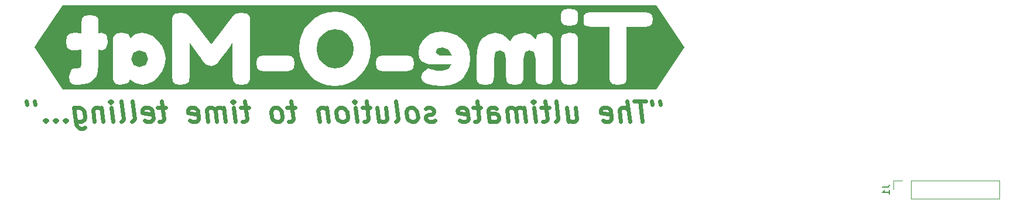
<source format=gbr>
%TF.GenerationSoftware,KiCad,Pcbnew,(6.0.1)*%
%TF.CreationDate,2022-01-22T16:32:06+01:00*%
%TF.ProjectId,MoBo and Touchbar,4d6f426f-2061-46e6-9420-546f75636862,rev?*%
%TF.SameCoordinates,Original*%
%TF.FileFunction,Legend,Bot*%
%TF.FilePolarity,Positive*%
%FSLAX46Y46*%
G04 Gerber Fmt 4.6, Leading zero omitted, Abs format (unit mm)*
G04 Created by KiCad (PCBNEW (6.0.1)) date 2022-01-22 16:32:06*
%MOMM*%
%LPD*%
G01*
G04 APERTURE LIST*
%ADD10C,0.600000*%
%ADD11C,0.150000*%
%ADD12C,0.120000*%
G04 APERTURE END LIST*
D10*
X98907732Y-25154142D02*
X98979160Y-25725571D01*
X97764875Y-25154142D02*
X97836303Y-25725571D01*
X96907732Y-25154142D02*
X95193446Y-25154142D01*
X96425589Y-28154142D02*
X96050589Y-25154142D01*
X94568446Y-28154142D02*
X94193446Y-25154142D01*
X93282732Y-28154142D02*
X93086303Y-26582714D01*
X93193446Y-26297000D01*
X93461303Y-26154142D01*
X93889875Y-26154142D01*
X94193446Y-26297000D01*
X94354160Y-26439857D01*
X90693446Y-28011285D02*
X90997017Y-28154142D01*
X91568446Y-28154142D01*
X91836303Y-28011285D01*
X91943446Y-27725571D01*
X91800589Y-26582714D01*
X91622017Y-26297000D01*
X91318446Y-26154142D01*
X90747017Y-26154142D01*
X90479160Y-26297000D01*
X90372017Y-26582714D01*
X90407732Y-26868428D01*
X91872017Y-27154142D01*
X85461303Y-26154142D02*
X85711303Y-28154142D01*
X86747017Y-26154142D02*
X86943446Y-27725571D01*
X86836303Y-28011285D01*
X86568446Y-28154142D01*
X86139875Y-28154142D01*
X85836303Y-28011285D01*
X85675589Y-27868428D01*
X83854160Y-28154142D02*
X84122017Y-28011285D01*
X84229160Y-27725571D01*
X83907732Y-25154142D01*
X82889875Y-26154142D02*
X81747017Y-26154142D01*
X82336303Y-25154142D02*
X82657732Y-27725571D01*
X82550589Y-28011285D01*
X82282732Y-28154142D01*
X81997017Y-28154142D01*
X80997017Y-28154142D02*
X80747017Y-26154142D01*
X80622017Y-25154142D02*
X80782732Y-25297000D01*
X80657732Y-25439857D01*
X80497017Y-25297000D01*
X80622017Y-25154142D01*
X80657732Y-25439857D01*
X79568446Y-28154142D02*
X79318446Y-26154142D01*
X79354160Y-26439857D02*
X79193446Y-26297000D01*
X78889875Y-26154142D01*
X78461303Y-26154142D01*
X78193446Y-26297000D01*
X78086303Y-26582714D01*
X78282732Y-28154142D01*
X78086303Y-26582714D02*
X77907732Y-26297000D01*
X77604160Y-26154142D01*
X77175589Y-26154142D01*
X76907732Y-26297000D01*
X76800589Y-26582714D01*
X76997017Y-28154142D01*
X74282732Y-28154142D02*
X74086303Y-26582714D01*
X74193446Y-26297000D01*
X74461303Y-26154142D01*
X75032732Y-26154142D01*
X75336303Y-26297000D01*
X74264875Y-28011285D02*
X74568446Y-28154142D01*
X75282732Y-28154142D01*
X75550589Y-28011285D01*
X75657732Y-27725571D01*
X75622017Y-27439857D01*
X75443446Y-27154142D01*
X75139875Y-27011285D01*
X74425589Y-27011285D01*
X74122017Y-26868428D01*
X73032732Y-26154142D02*
X71889875Y-26154142D01*
X72479160Y-25154142D02*
X72800589Y-27725571D01*
X72693446Y-28011285D01*
X72425589Y-28154142D01*
X72139875Y-28154142D01*
X69979160Y-28011285D02*
X70282732Y-28154142D01*
X70854160Y-28154142D01*
X71122017Y-28011285D01*
X71229160Y-27725571D01*
X71086303Y-26582714D01*
X70907732Y-26297000D01*
X70604160Y-26154142D01*
X70032732Y-26154142D01*
X69764875Y-26297000D01*
X69657732Y-26582714D01*
X69693446Y-26868428D01*
X71157732Y-27154142D01*
X66407732Y-28011285D02*
X66139875Y-28154142D01*
X65568446Y-28154142D01*
X65264875Y-28011285D01*
X65086303Y-27725571D01*
X65068446Y-27582714D01*
X65175589Y-27297000D01*
X65443446Y-27154142D01*
X65872017Y-27154142D01*
X66139875Y-27011285D01*
X66247017Y-26725571D01*
X66229160Y-26582714D01*
X66050589Y-26297000D01*
X65747017Y-26154142D01*
X65318446Y-26154142D01*
X65050589Y-26297000D01*
X63425589Y-28154142D02*
X63693446Y-28011285D01*
X63818446Y-27868428D01*
X63925589Y-27582714D01*
X63818446Y-26725571D01*
X63639875Y-26439857D01*
X63479160Y-26297000D01*
X63175589Y-26154142D01*
X62747017Y-26154142D01*
X62479160Y-26297000D01*
X62354160Y-26439857D01*
X62247017Y-26725571D01*
X62354160Y-27582714D01*
X62532732Y-27868428D01*
X62693446Y-28011285D01*
X62997017Y-28154142D01*
X63425589Y-28154142D01*
X60711303Y-28154142D02*
X60979160Y-28011285D01*
X61086303Y-27725571D01*
X60764875Y-25154142D01*
X58032732Y-26154142D02*
X58282732Y-28154142D01*
X59318446Y-26154142D02*
X59514875Y-27725571D01*
X59407732Y-28011285D01*
X59139875Y-28154142D01*
X58711303Y-28154142D01*
X58407732Y-28011285D01*
X58247017Y-27868428D01*
X57032732Y-26154142D02*
X55889875Y-26154142D01*
X56479160Y-25154142D02*
X56800589Y-27725571D01*
X56693446Y-28011285D01*
X56425589Y-28154142D01*
X56139875Y-28154142D01*
X55139875Y-28154142D02*
X54889875Y-26154142D01*
X54764875Y-25154142D02*
X54925589Y-25297000D01*
X54800589Y-25439857D01*
X54639875Y-25297000D01*
X54764875Y-25154142D01*
X54800589Y-25439857D01*
X53282732Y-28154142D02*
X53550589Y-28011285D01*
X53675589Y-27868428D01*
X53782732Y-27582714D01*
X53675589Y-26725571D01*
X53497017Y-26439857D01*
X53336303Y-26297000D01*
X53032732Y-26154142D01*
X52604160Y-26154142D01*
X52336303Y-26297000D01*
X52211303Y-26439857D01*
X52104160Y-26725571D01*
X52211303Y-27582714D01*
X52389875Y-27868428D01*
X52550589Y-28011285D01*
X52854160Y-28154142D01*
X53282732Y-28154142D01*
X50747017Y-26154142D02*
X50997017Y-28154142D01*
X50782732Y-26439857D02*
X50622017Y-26297000D01*
X50318446Y-26154142D01*
X49889875Y-26154142D01*
X49622017Y-26297000D01*
X49514875Y-26582714D01*
X49711303Y-28154142D01*
X46175589Y-26154142D02*
X45032732Y-26154142D01*
X45622017Y-25154142D02*
X45943446Y-27725571D01*
X45836303Y-28011285D01*
X45568446Y-28154142D01*
X45282732Y-28154142D01*
X43854160Y-28154142D02*
X44122017Y-28011285D01*
X44247017Y-27868428D01*
X44354160Y-27582714D01*
X44247017Y-26725571D01*
X44068446Y-26439857D01*
X43907732Y-26297000D01*
X43604160Y-26154142D01*
X43175589Y-26154142D01*
X42907732Y-26297000D01*
X42782732Y-26439857D01*
X42675589Y-26725571D01*
X42782732Y-27582714D01*
X42961303Y-27868428D01*
X43122017Y-28011285D01*
X43425589Y-28154142D01*
X43854160Y-28154142D01*
X39461303Y-26154142D02*
X38318446Y-26154142D01*
X38907732Y-25154142D02*
X39229160Y-27725571D01*
X39122017Y-28011285D01*
X38854160Y-28154142D01*
X38568446Y-28154142D01*
X37568446Y-28154142D02*
X37318446Y-26154142D01*
X37193446Y-25154142D02*
X37354160Y-25297000D01*
X37229160Y-25439857D01*
X37068446Y-25297000D01*
X37193446Y-25154142D01*
X37229160Y-25439857D01*
X36139875Y-28154142D02*
X35889875Y-26154142D01*
X35925589Y-26439857D02*
X35764875Y-26297000D01*
X35461303Y-26154142D01*
X35032732Y-26154142D01*
X34764875Y-26297000D01*
X34657732Y-26582714D01*
X34854160Y-28154142D01*
X34657732Y-26582714D02*
X34479160Y-26297000D01*
X34175589Y-26154142D01*
X33747017Y-26154142D01*
X33479160Y-26297000D01*
X33372017Y-26582714D01*
X33568446Y-28154142D01*
X30979160Y-28011285D02*
X31282732Y-28154142D01*
X31854160Y-28154142D01*
X32122017Y-28011285D01*
X32229160Y-27725571D01*
X32086303Y-26582714D01*
X31907732Y-26297000D01*
X31604160Y-26154142D01*
X31032732Y-26154142D01*
X30764875Y-26297000D01*
X30657732Y-26582714D01*
X30693446Y-26868428D01*
X32157732Y-27154142D01*
X27461303Y-26154142D02*
X26318446Y-26154142D01*
X26907732Y-25154142D02*
X27229160Y-27725571D01*
X27122017Y-28011285D01*
X26854160Y-28154142D01*
X26568446Y-28154142D01*
X24407732Y-28011285D02*
X24711303Y-28154142D01*
X25282732Y-28154142D01*
X25550589Y-28011285D01*
X25657732Y-27725571D01*
X25514875Y-26582714D01*
X25336303Y-26297000D01*
X25032732Y-26154142D01*
X24461303Y-26154142D01*
X24193446Y-26297000D01*
X24086303Y-26582714D01*
X24122017Y-26868428D01*
X25586303Y-27154142D01*
X22568446Y-28154142D02*
X22836303Y-28011285D01*
X22943446Y-27725571D01*
X22622017Y-25154142D01*
X20997017Y-28154142D02*
X21264875Y-28011285D01*
X21372017Y-27725571D01*
X21050589Y-25154142D01*
X19854160Y-28154142D02*
X19604160Y-26154142D01*
X19479160Y-25154142D02*
X19639875Y-25297000D01*
X19514875Y-25439857D01*
X19354160Y-25297000D01*
X19479160Y-25154142D01*
X19514875Y-25439857D01*
X18175589Y-26154142D02*
X18425589Y-28154142D01*
X18211303Y-26439857D02*
X18050589Y-26297000D01*
X17747017Y-26154142D01*
X17318446Y-26154142D01*
X17050589Y-26297000D01*
X16943446Y-26582714D01*
X17139875Y-28154142D01*
X14175589Y-26154142D02*
X14479160Y-28582714D01*
X14657732Y-28868428D01*
X14818446Y-29011285D01*
X15122017Y-29154142D01*
X15550589Y-29154142D01*
X15818446Y-29011285D01*
X14407732Y-28011285D02*
X14711303Y-28154142D01*
X15282732Y-28154142D01*
X15550589Y-28011285D01*
X15675589Y-27868428D01*
X15782732Y-27582714D01*
X15675589Y-26725571D01*
X15497017Y-26439857D01*
X15336303Y-26297000D01*
X15032732Y-26154142D01*
X14461303Y-26154142D01*
X14193446Y-26297000D01*
X12961303Y-27868428D02*
X12836303Y-28011285D01*
X12997017Y-28154142D01*
X13122017Y-28011285D01*
X12961303Y-27868428D01*
X12997017Y-28154142D01*
X11532732Y-27868428D02*
X11407732Y-28011285D01*
X11568446Y-28154142D01*
X11693446Y-28011285D01*
X11532732Y-27868428D01*
X11568446Y-28154142D01*
X10104160Y-27868428D02*
X9979160Y-28011285D01*
X10139875Y-28154142D01*
X10264875Y-28011285D01*
X10104160Y-27868428D01*
X10139875Y-28154142D01*
X8479160Y-25154142D02*
X8550589Y-25725571D01*
X7336303Y-25154142D02*
X7407732Y-25725571D01*
D11*
%TO.C,J1*%
X131122380Y-37666666D02*
X131836666Y-37666666D01*
X131979523Y-37619047D01*
X132074761Y-37523809D01*
X132122380Y-37380952D01*
X132122380Y-37285714D01*
X132122380Y-38666666D02*
X132122380Y-38095238D01*
X132122380Y-38380952D02*
X131122380Y-38380952D01*
X131265238Y-38285714D01*
X131360476Y-38190476D01*
X131408095Y-38095238D01*
D12*
X135270000Y-36670000D02*
X135270000Y-39330000D01*
X135270000Y-36670000D02*
X148030000Y-36670000D01*
X148030000Y-36670000D02*
X148030000Y-39330000D01*
X134000000Y-36670000D02*
X132670000Y-36670000D01*
X132670000Y-36670000D02*
X132670000Y-38000000D01*
X135270000Y-39330000D02*
X148030000Y-39330000D01*
%TO.C,kibuzzard-61E88A0E*%
G36*
X8495991Y-17399000D02*
G01*
X9038916Y-16584612D01*
X13093700Y-16584612D01*
X13190141Y-17309703D01*
X13479462Y-17684750D01*
X13858081Y-17806194D01*
X14351000Y-17827625D01*
X15279687Y-17770475D01*
X15279687Y-19742150D01*
X15158244Y-20299363D01*
X14701044Y-20470813D01*
X14186694Y-20492244D01*
X13808075Y-20627975D01*
X13479462Y-21585238D01*
X13579475Y-22310328D01*
X13879512Y-22685375D01*
X14258131Y-22806819D01*
X14736762Y-22828250D01*
X15647987Y-22753637D01*
X16400462Y-22529800D01*
X16994187Y-22156738D01*
X17422812Y-21605875D01*
X17439525Y-21556663D01*
X19865975Y-21556663D01*
X19887406Y-22049581D01*
X20008850Y-22428200D01*
X20353536Y-22706806D01*
X20987544Y-22799675D01*
X22030531Y-22606794D01*
X22337712Y-22042438D01*
X23043158Y-22610366D01*
X24102219Y-22799675D01*
X24906287Y-22674263D01*
X25670669Y-22298025D01*
X26395362Y-21670963D01*
X26469446Y-21570950D01*
X28381325Y-21570950D01*
X28517056Y-22353191D01*
X28924250Y-22728238D01*
X29610050Y-22813963D01*
X30267275Y-22742525D01*
X30638750Y-22571075D01*
X30838775Y-22285325D01*
X30910212Y-21542375D01*
X30910212Y-16756062D01*
X31349553Y-17329348D01*
X31953200Y-18163381D01*
X32513984Y-18947408D01*
X32824737Y-19370675D01*
X33081912Y-19706431D01*
X33431956Y-19963606D01*
X34032031Y-20127913D01*
X34617819Y-19977894D01*
X34996437Y-19685000D01*
X35110737Y-19527838D01*
X35535791Y-18968839D01*
X36239450Y-18006219D01*
X36889531Y-17111464D01*
X37153850Y-16756062D01*
X37153850Y-21570950D01*
X37175281Y-22063869D01*
X37311012Y-22428200D01*
X37696775Y-22717522D01*
X38425437Y-22813963D01*
X39132669Y-22717522D01*
X39511287Y-22428200D01*
X39647019Y-22056725D01*
X39668450Y-21542375D01*
X39668450Y-19713575D01*
X40597137Y-19713575D01*
X40675719Y-20363656D01*
X40925750Y-20713700D01*
X41640125Y-20842288D01*
X45040550Y-20842288D01*
X45679916Y-20720844D01*
X45997812Y-20356513D01*
X46069250Y-19699288D01*
X45983525Y-19056350D01*
X45712062Y-18713450D01*
X45026262Y-18584863D01*
X41625837Y-18584863D01*
X40990044Y-18702734D01*
X40682862Y-19056350D01*
X40597137Y-19713575D01*
X39668450Y-19713575D01*
X39668450Y-17549019D01*
X46783625Y-17549019D01*
X46876494Y-18639334D01*
X47155100Y-19645709D01*
X47619444Y-20568146D01*
X48269525Y-21406644D01*
X49055337Y-22103606D01*
X49926875Y-22601436D01*
X50884137Y-22900134D01*
X51927125Y-22999700D01*
X52972345Y-22901473D01*
X53936305Y-22606794D01*
X54819004Y-22115661D01*
X55620444Y-21428075D01*
X56286152Y-20604758D01*
X56757877Y-19713575D01*
X57856438Y-19713575D01*
X57935019Y-20363656D01*
X58185050Y-20713700D01*
X58899425Y-20842288D01*
X62299850Y-20842288D01*
X62939216Y-20720844D01*
X63257113Y-20356513D01*
X63328550Y-19699288D01*
X63242825Y-19056350D01*
X62971363Y-18713450D01*
X62285563Y-18584863D01*
X58885138Y-18584863D01*
X58249344Y-18702734D01*
X57942163Y-19056350D01*
X57856438Y-19713575D01*
X56757877Y-19713575D01*
X56761658Y-19706431D01*
X57046961Y-18733095D01*
X57098643Y-18163381D01*
X64042925Y-18163381D01*
X64151867Y-18927763D01*
X64478694Y-19463544D01*
X65443100Y-19885025D01*
X68829238Y-19885025D01*
X68357750Y-20556538D01*
X67414775Y-20828000D01*
X66675397Y-20785138D01*
X66114613Y-20656550D01*
X65957450Y-20599400D01*
X65385950Y-20442238D01*
X64600138Y-21085175D01*
X64414400Y-21742400D01*
X64604602Y-22298720D01*
X65175209Y-22696091D01*
X66126221Y-22934513D01*
X67457638Y-23013988D01*
X68455977Y-22922905D01*
X69336444Y-22649656D01*
X70066892Y-22226389D01*
X70615175Y-21685250D01*
X70686471Y-21570950D01*
X72443975Y-21570950D01*
X72465406Y-22063869D01*
X72601138Y-22442488D01*
X72969041Y-22731809D01*
X73701275Y-22828250D01*
X74426366Y-22728238D01*
X74801413Y-22428200D01*
X74922856Y-22049581D01*
X74944288Y-21556663D01*
X74944288Y-19056350D01*
X75165744Y-18124091D01*
X75830113Y-17813338D01*
X76508769Y-18141950D01*
X76687363Y-19070638D01*
X76687363Y-21570950D01*
X76708794Y-22071013D01*
X76844525Y-22442488D01*
X77223144Y-22731809D01*
X77958950Y-22828250D01*
X78684041Y-22728238D01*
X79059088Y-22428200D01*
X79180531Y-22049581D01*
X79201963Y-21556663D01*
X79201963Y-19056350D01*
X79423419Y-18124091D01*
X80087788Y-17813338D01*
X80730725Y-18124091D01*
X80945038Y-19056350D01*
X80945038Y-21585238D01*
X80966469Y-22078156D01*
X81102200Y-22456775D01*
X81487963Y-22735381D01*
X82216625Y-22828250D01*
X82941716Y-22731809D01*
X83316763Y-22442488D01*
X83438206Y-22071013D01*
X83459026Y-21585238D01*
X84602638Y-21585238D01*
X84624069Y-22078156D01*
X84759800Y-22456775D01*
X85127703Y-22735381D01*
X85859938Y-22828250D01*
X86585028Y-22731809D01*
X86960075Y-22442488D01*
X87081519Y-22071013D01*
X87102950Y-21570950D01*
X87102950Y-16556037D01*
X87081519Y-16063119D01*
X86960075Y-15684500D01*
X86581456Y-15405894D01*
X85845650Y-15313025D01*
X84874100Y-15555912D01*
X84616925Y-16170275D01*
X84602638Y-16584612D01*
X84602638Y-21585238D01*
X83459026Y-21585238D01*
X83459638Y-21570950D01*
X83459638Y-16541750D01*
X83438206Y-16048831D01*
X83302475Y-15684500D01*
X82941716Y-15395178D01*
X82288063Y-15298737D01*
X81245075Y-15555912D01*
X81002188Y-16298862D01*
X80262809Y-15538053D01*
X79387700Y-15284450D01*
X78498700Y-15422562D01*
X77774800Y-15836900D01*
X77216000Y-16527462D01*
X76837381Y-16077406D01*
X76130150Y-15563056D01*
X75130025Y-15284450D01*
X74079894Y-15504120D01*
X73215500Y-16163131D01*
X72786875Y-16876712D01*
X72529700Y-17845881D01*
X72443975Y-19070638D01*
X72443975Y-21570950D01*
X70686471Y-21570950D01*
X71115238Y-20883563D01*
X71415275Y-20021550D01*
X71515288Y-19099213D01*
X71385906Y-17979231D01*
X70997762Y-17019587D01*
X70350856Y-16220281D01*
X69510275Y-15621000D01*
X68541106Y-15261431D01*
X67443350Y-15141575D01*
X66516448Y-15229086D01*
X65721706Y-15491619D01*
X65059123Y-15929173D01*
X64528700Y-16541750D01*
X64164369Y-17318633D01*
X64042925Y-18163381D01*
X57098643Y-18163381D01*
X57142063Y-17684750D01*
X57034906Y-16536392D01*
X56713438Y-15463044D01*
X56213375Y-14511139D01*
X55570438Y-13727112D01*
X54802484Y-13102034D01*
X54690628Y-13041312D01*
X84602638Y-13041312D01*
X84624069Y-13534231D01*
X84752656Y-13905706D01*
X85131275Y-14198600D01*
X85852794Y-14284325D01*
X86574313Y-14198600D01*
X86952931Y-13898562D01*
X87081519Y-13519944D01*
X87087420Y-13384213D01*
X87888763Y-13384213D01*
X87960200Y-13977144D01*
X88203088Y-14284325D01*
X88931750Y-14412912D01*
X91660663Y-14412912D01*
X91660663Y-21599525D01*
X91682094Y-22085300D01*
X91810681Y-22449631D01*
X92189300Y-22742525D01*
X92903675Y-22828250D01*
X93610906Y-22742525D01*
X93982381Y-22449631D01*
X94110969Y-22078156D01*
X94132400Y-21585238D01*
X94132400Y-14412912D01*
X96875600Y-14412912D01*
X97547113Y-14305756D01*
X97832863Y-13970000D01*
X97904300Y-13369925D01*
X97832863Y-12776994D01*
X97589975Y-12469812D01*
X96861313Y-12341225D01*
X88917462Y-12341225D01*
X88245950Y-12448381D01*
X87960200Y-12784137D01*
X87888763Y-13384213D01*
X87087420Y-13384213D01*
X87102950Y-13027025D01*
X87081519Y-12534106D01*
X86960075Y-12169775D01*
X86581456Y-11880453D01*
X85845650Y-11784012D01*
X85124131Y-11880453D01*
X84759800Y-12169775D01*
X84624069Y-12548394D01*
X84602638Y-13041312D01*
X54690628Y-13041312D01*
X53927375Y-12626975D01*
X52984400Y-12326937D01*
X52012850Y-12226925D01*
X50990401Y-12322473D01*
X50037603Y-12609116D01*
X49154457Y-13086854D01*
X48340962Y-13755687D01*
X47659627Y-14566057D01*
X47172959Y-15468402D01*
X46880959Y-16462722D01*
X46783625Y-17549019D01*
X39668450Y-17549019D01*
X39668450Y-13612812D01*
X39647019Y-13119894D01*
X39511287Y-12741275D01*
X39125525Y-12462669D01*
X38396862Y-12369800D01*
X37732494Y-12462669D01*
X37368162Y-12655550D01*
X37282437Y-12741275D01*
X34039175Y-16998950D01*
X33132204Y-15800514D01*
X32354393Y-14776958D01*
X31705740Y-13928280D01*
X31186247Y-13254482D01*
X30795912Y-12755562D01*
X30386933Y-12466241D01*
X29645769Y-12369800D01*
X28915320Y-12466241D01*
X28538487Y-12755562D01*
X28402756Y-13141325D01*
X28381325Y-13641387D01*
X28381325Y-21570950D01*
X26469446Y-21570950D01*
X26982737Y-20878006D01*
X27335162Y-20004088D01*
X27452637Y-19049206D01*
X27334369Y-18095119D01*
X26979563Y-17223581D01*
X26388219Y-16434594D01*
X25655588Y-15811500D01*
X24876919Y-15437644D01*
X24052212Y-15313025D01*
X23166387Y-15484475D01*
X22609175Y-15805944D01*
X22352000Y-16098837D01*
X22026959Y-15498762D01*
X21223287Y-15298737D01*
X20394612Y-15384463D01*
X20015994Y-15684500D01*
X19887406Y-16063119D01*
X19865975Y-16556037D01*
X19865975Y-21556663D01*
X17439525Y-21556663D01*
X17679987Y-20848637D01*
X17765712Y-19885025D01*
X17765712Y-17770475D01*
X18351500Y-17813338D01*
X18872994Y-17570450D01*
X19080162Y-16741775D01*
X19008725Y-15891669D01*
X18808700Y-15513050D01*
X18237200Y-15327312D01*
X17765712Y-15384463D01*
X17765712Y-13912850D01*
X17744281Y-13427075D01*
X17608550Y-13084175D01*
X17240647Y-12816284D01*
X16508412Y-12726987D01*
X15733316Y-12859147D01*
X15351125Y-13255625D01*
X15279687Y-13984287D01*
X15279687Y-15384463D01*
X14329569Y-15327312D01*
X13843794Y-15348744D01*
X13465175Y-15484475D01*
X13186569Y-15852378D01*
X13093700Y-16584612D01*
X9038916Y-16584612D01*
X12581070Y-11271382D01*
X98416930Y-11271382D01*
X102502009Y-17399000D01*
X98416930Y-23526618D01*
X12581070Y-23526618D01*
X8495991Y-17399000D01*
G37*
G36*
X24602281Y-18199100D02*
G01*
X24952325Y-19070638D01*
X24580850Y-19920744D01*
X23680737Y-20299363D01*
X22802056Y-19913600D01*
X22452012Y-19063494D01*
X22787769Y-18199100D01*
X23687881Y-17799050D01*
X24602281Y-18199100D01*
G37*
G36*
X68400613Y-17777619D02*
G01*
X68857813Y-18584863D01*
X67057588Y-18584863D01*
X66514663Y-18127663D01*
X66764694Y-17599025D01*
X67479069Y-17399000D01*
X68400613Y-17777619D01*
G37*
G36*
X52934394Y-14954052D02*
G01*
X53798787Y-15548769D01*
X54251225Y-16130588D01*
X54522687Y-16818769D01*
X54613175Y-17613313D01*
X54521894Y-18407856D01*
X54248050Y-19096037D01*
X53791644Y-19677856D01*
X52921892Y-20272573D01*
X51955700Y-20470813D01*
X50991294Y-20277931D01*
X50126900Y-19699288D01*
X49674462Y-19126200D01*
X49403000Y-18435638D01*
X49312512Y-17627600D01*
X49403794Y-16817975D01*
X49677638Y-16122650D01*
X50134044Y-15541625D01*
X51003795Y-14952266D01*
X51969987Y-14755812D01*
X52934394Y-14954052D01*
G37*
%TD*%
M02*

</source>
